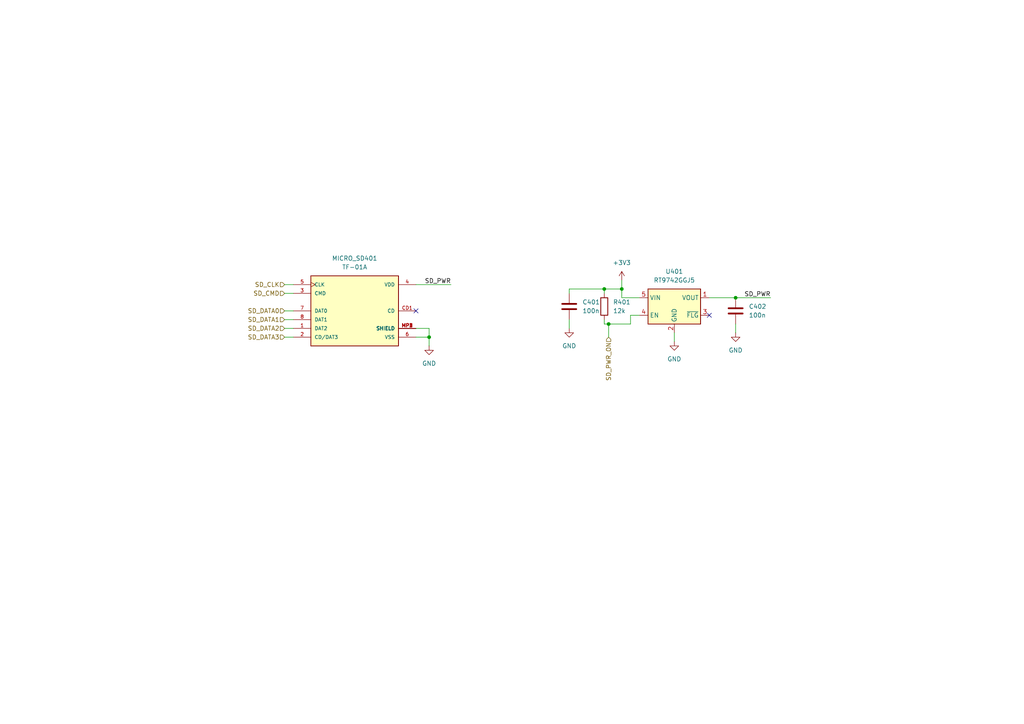
<source format=kicad_sch>
(kicad_sch (version 20231120) (generator "eeschema") (generator_version "8.0")
  (paper "A4")
  (title_block (title "MicroSD Slot for CM4 (just for debugging!)") (rev "<<HASH>>") (company "Amateurfunkclub für Remote Stationen"))
  (lib_symbols
    (symbol "Device:C" (pin_numbers hide) (pin_names (offset 0.254))
      (property "Reference" "C" (at 0.635 2.54 0))
      (property "Value" "C" (at 0.635 -2.54 0))
      (symbol "C_0_1"
        (polyline (pts (xy -2.032 -0.762) (xy 2.032 -0.762)) (stroke (width 0.508)))
        (polyline (pts (xy -2.032 0.762) (xy 2.032 0.762)) (stroke (width 0.508)))
      )
      (symbol "C_1_1"
        (pin passive line (at 0 3.81 270) (length 2.794) (name "~") (number "1"))
        (pin passive line (at 0 -3.81 90) (length 2.794) (name "~") (number "2"))
      )
    )
    (symbol "Device:R" (pin_numbers hide) (pin_names (offset 0))
      (property "Reference" "R" (at 2.032 0 90))
      (property "Value" "R" (at 0 0 90))
      (symbol "R_0_1"
        (rectangle (start -1.016 -2.54) (end 1.016 2.54) (stroke (width 0.254)))
      )
      (symbol "R_1_1"
        (pin passive line (at 0 3.81 270) (length 1.27) (name "~") (number "1"))
        (pin passive line (at 0 -3.81 90) (length 1.27) (name "~") (number "2"))
      )
    )
    (symbol "Power_Management:RT9742AGJ5F"
      (property "Reference" "U" (at 0 10.16 0))
      (property "Value" "RT9742AGJ5F" (at 0 7.62 0))
      (symbol "RT9742AGJ5F_0_1"
        (rectangle (start -7.62 5.08) (end 7.62 -5.08) (stroke (width 0.254)) (fill (type background)))
      )
      (symbol "RT9742AGJ5F_1_1"
        (pin power_out line (at 10.16 2.54 180) (length 2.54) (name "VOUT") (number "1"))
        (pin power_in line (at 0 -7.62 90) (length 2.54) (name "GND") (number "2"))
        (pin open_collector line (at 10.16 -2.54 180) (length 2.54) (name "~{FLG}") (number "3"))
        (pin input line (at -10.16 -2.54 0) (length 2.54) (name "EN") (number "4"))
        (pin power_in line (at -10.16 2.54 0) (length 2.54) (name "VIN") (number "5"))
      )
    )
    (symbol "TF-01A:TF-01A" (pin_names (offset 1.016))
      (property "Reference" "MICRO_SD" (at -12.7 10.795 0))
      (property "Value" "TF-01A" (at -12.7 -12.7 0))
      (symbol "TF-01A_0_0"
        (rectangle (start -12.7 -10.16) (end 12.7 10.16) (stroke (width 0.254)) (fill (type background)))
        (pin bidirectional line (at -17.78 -5.08 0) (length 5.08) (name "DAT2") (number "1"))
        (pin bidirectional line (at -17.78 -7.62 0) (length 5.08) (name "CD/DAT3") (number "2"))
        (pin bidirectional line (at -17.78 5.08 0) (length 5.08) (name "CMD") (number "3"))
        (pin power_in line (at 17.78 7.62 180) (length 5.08) (name "VDD") (number "4"))
        (pin bidirectional clock (at -17.78 7.62 0) (length 5.08) (name "CLK") (number "5"))
        (pin power_in line (at 17.78 -7.62 180) (length 5.08) (name "VSS") (number "6"))
        (pin bidirectional line (at -17.78 0 0) (length 5.08) (name "DAT0") (number "7"))
        (pin bidirectional line (at -17.78 -2.54 0) (length 5.08) (name "DAT1") (number "8"))
        (pin passive line (at 17.78 0 180) (length 5.08) (name "CD") (number "CD1"))
        (pin power_in line (at 17.78 -5.08 180) (length 5.08) (name "SHIELD") (number "MP1"))
        (pin power_in line (at 17.78 -5.08 180) (length 5.08) (name "SHIELD") (number "MP2"))
        (pin power_in line (at 17.78 -5.08 180) (length 5.08) (name "SHIELD") (number "MP3"))
        (pin power_in line (at 17.78 -5.08 180) (length 5.08) (name "SHIELD") (number "MP4"))
      )
    )
    (symbol "power:+3V3" (power) (pin_numbers hide) (pin_names (offset 0) hide)
      (property "Value" "+3V3" (at 0 3.556 0))
      (symbol "+3V3_0_1"
        (polyline (pts (xy -0.762 1.27) (xy 0 2.54)))
        (polyline (pts (xy 0 0) (xy 0 2.54)))
        (polyline (pts (xy 0 2.54) (xy 0.762 1.27)))
      )
      (symbol "+3V3_1_1"
        (pin power_in line (at 0 0 90) (length 0) (name "~") (number "1"))
      )
    )
    (symbol "power:GND" (power) (pin_numbers hide) (pin_names (offset 0) hide)
      (property "Value" "GND" (at 0 -3.81 0))
      (symbol "GND_0_1"
        (polyline (pts (xy 0 0) (xy 0 -1.27) (xy 1.27 -1.27) (xy 0 -2.54) (xy -1.27 -1.27) (xy 0 -1.27)))
      )
      (symbol "GND_1_1"
        (pin power_in line (at 0 0 270) (length 0) (name "~") (number "1"))
      )
    )
  )
  (junction (at 213.36 86.36))
  (junction (at 175.26 83.82))
  (junction (at 180.34 83.82))
  (junction (at 124.46 97.79))
  (junction (at 176.53 93.98))
  (no_connect (at 120.65 90.17))
  (no_connect (at 205.74 91.44))
  (wire (pts (xy 120.65 82.55) (xy 130.81 82.55)))
  (wire (pts (xy 120.65 97.79) (xy 124.46 97.79)))
  (wire (pts (xy 82.55 95.25) (xy 85.09 95.25)))
  (wire (pts (xy 180.34 83.82) (xy 180.34 81.28)))
  (wire (pts (xy 213.36 86.36) (xy 223.52 86.36)))
  (wire (pts (xy 176.53 97.79) (xy 176.53 93.98)))
  (wire (pts (xy 205.74 86.36) (xy 213.36 86.36)))
  (wire (pts (xy 82.55 85.09) (xy 85.09 85.09)))
  (wire (pts (xy 175.26 93.98) (xy 175.26 92.71)))
  (wire (pts (xy 82.55 82.55) (xy 85.09 82.55)))
  (wire (pts (xy 195.58 96.52) (xy 195.58 99.06)))
  (wire (pts (xy 82.55 90.17) (xy 85.09 90.17)))
  (wire (pts (xy 185.42 91.44) (xy 182.88 91.44)))
  (wire (pts (xy 176.53 93.98) (xy 175.26 93.98)))
  (wire (pts (xy 165.1 92.71) (xy 165.1 95.25)))
  (wire (pts (xy 165.1 83.82) (xy 175.26 83.82)))
  (wire (pts (xy 124.46 97.79) (xy 124.46 100.33)))
  (wire (pts (xy 175.26 83.82) (xy 180.34 83.82)))
  (wire (pts (xy 175.26 85.09) (xy 175.26 83.82)))
  (wire (pts (xy 182.88 91.44) (xy 182.88 93.98)))
  (wire (pts (xy 82.55 97.79) (xy 85.09 97.79)))
  (wire (pts (xy 213.36 93.98) (xy 213.36 96.52)))
  (wire (pts (xy 180.34 86.36) (xy 180.34 83.82)))
  (wire (pts (xy 185.42 86.36) (xy 180.34 86.36)))
  (wire (pts (xy 124.46 95.25) (xy 124.46 97.79)))
  (wire (pts (xy 120.65 95.25) (xy 124.46 95.25)))
  (wire (pts (xy 182.88 93.98) (xy 176.53 93.98)))
  (wire (pts (xy 82.55 92.71) (xy 85.09 92.71)))
  (wire (pts (xy 165.1 85.09) (xy 165.1 83.82)))
  (label "SD_PWR" (at 130.81 82.55 180))
  (label "SD_PWR" (at 223.52 86.36 180))
  (hierarchical_label "SD_PWR_ON" (shape input) (at 176.53 97.79 270))
  (hierarchical_label "SD_DATA0" (shape input) (at 82.55 90.17 180))
  (hierarchical_label "SD_DATA2" (shape input) (at 82.55 95.25 180))
  (hierarchical_label "SD_DATA1" (shape input) (at 82.55 92.71 180))
  (hierarchical_label "SD_DATA3" (shape input) (at 82.55 97.79 180))
  (hierarchical_label "SD_CMD" (shape input) (at 82.55 85.09 180))
  (hierarchical_label "SD_CLK" (shape input) (at 82.55 82.55 180))
  (symbol (lib_id "power:GND") (at 165.1 95.25 0) (unit 1)
    (property "Reference" "#PWR0402" (effects (hide yes)))
    (property "Value" "GND" (at 165.1 100.33 0))
    (property "Description" "Power symbol creates a global label with name \"GND\" , ground" (effects (hide yes)))
  )
  (symbol (lib_id "power:GND") (at 213.36 96.52 0) (unit 1)
    (property "Reference" "#PWR0405" (effects (hide yes)))
    (property "Value" "GND" (at 213.36 101.6 0))
    (property "Description" "Power symbol creates a global label with name \"GND\" , ground" (effects (hide yes)))
  )
  (symbol (lib_id "Device:R") (at 175.26 88.9 0) (unit 1)
    (property "Reference" "R401" (at 177.8 87.6299 0) (effects (justify left)))
    (property "Value" "12k" (at 177.8 90.1699 0) (effects (justify left)))
    (property "Footprint" "Resistor_SMD:R_0805_2012Metric" (effects (hide yes)))
    (property "Description" "Resistor" (effects (hide yes)))
  )
  (symbol (lib_id "Device:C") (at 213.36 90.17 0) (unit 1)
    (property "Reference" "C402" (at 217.17 88.8999 0) (effects (justify left)))
    (property "Value" "100n" (at 217.17 91.4399 0) (effects (justify left)))
    (property "Footprint" "Capacitor_SMD:C_0805_2012Metric" (effects (hide yes)))
    (property "Description" "Unpolarized capacitor" (effects (hide yes)))
  )
  (symbol (lib_id "Power_Management:RT9742AGJ5F") (at 195.58 88.9 0) (unit 1)
    (property "Reference" "U401" (at 195.58 78.74 0))
    (property "Value" "RT9742GGJ5" (at 195.58 81.28 0))
    (property "Footprint" "Package_TO_SOT_SMD:TSOT-23-5" (effects (hide yes)))
    (property "LCSC" "C250547" (effects (hide yes)))
  )
  (symbol (lib_id "power:GND") (at 195.58 99.06 0) (unit 1)
    (property "Reference" "#PWR0404" (effects (hide yes)))
    (property "Value" "GND" (at 195.58 104.14 0))
    (property "Description" "Power symbol creates a global label with name \"GND\" , ground" (effects (hide yes)))
  )
  (symbol (lib_id "power:+3V3") (at 180.34 81.28 0) (unit 1)
    (property "Reference" "#PWR0403" (effects (hide yes)))
    (property "Value" "+3V3" (at 180.34 76.2 0))
    (property "Description" "Power symbol creates a global label with name \"+3V3\"" (effects (hide yes)))
  )
  (symbol (lib_id "Device:C") (at 165.1 88.9 0) (unit 1)
    (property "Reference" "C401" (at 168.91 87.6299 0) (effects (justify left)))
    (property "Value" "100n" (at 168.91 90.1699 0) (effects (justify left)))
    (property "Footprint" "Capacitor_SMD:C_0805_2012Metric" (effects (hide yes)))
    (property "Description" "Unpolarized capacitor" (effects (hide yes)))
  )
  (symbol (lib_id "TF-01A:TF-01A") (at 102.87 90.17 0) (unit 1)
    (property "Reference" "MICRO_SD401" (at 102.87 74.93 0))
    (property "Value" "TF-01A" (at 102.87 77.47 0))
    (property "Footprint" "PRJ:TF-01A" (effects (hide yes)))
    (property "Description" "MicroSD Card Slot" (effects (hide yes)))
    (property "LCSC" "C91145" (effects (hide yes)))
  )
  (symbol (lib_id "power:GND") (at 124.46 100.33 0) (unit 1)
    (property "Reference" "#PWR0401" (effects (hide yes)))
    (property "Value" "GND" (at 124.46 105.41 0))
    (property "Description" "Power symbol creates a global label with name \"GND\" , ground" (effects (hide yes)))
  )
)
</source>
